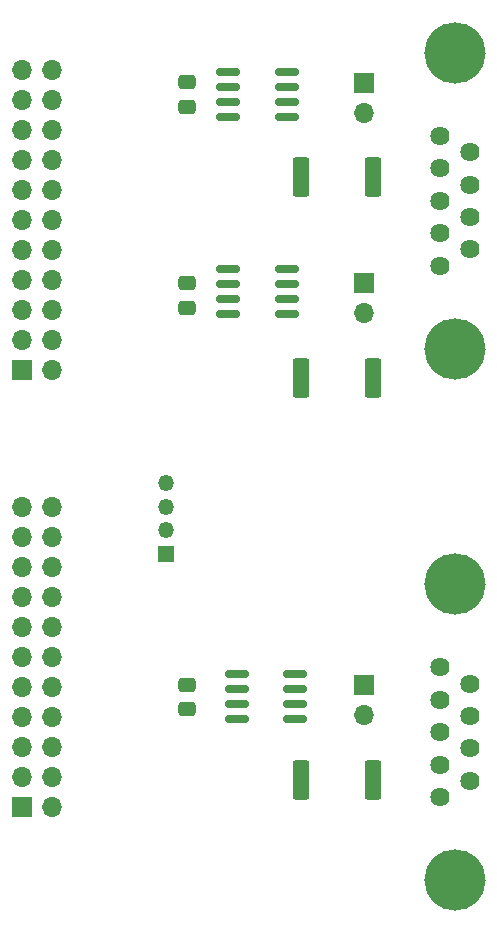
<source format=gts>
G04 #@! TF.GenerationSoftware,KiCad,Pcbnew,8.0.6*
G04 #@! TF.CreationDate,2024-12-29T09:41:19-05:00*
G04 #@! TF.ProjectId,Beagley-ai-3CAN,42656167-6c65-4792-9d61-692d3343414e,rev?*
G04 #@! TF.SameCoordinates,Original*
G04 #@! TF.FileFunction,Soldermask,Top*
G04 #@! TF.FilePolarity,Negative*
%FSLAX46Y46*%
G04 Gerber Fmt 4.6, Leading zero omitted, Abs format (unit mm)*
G04 Created by KiCad (PCBNEW 8.0.6) date 2024-12-29 09:41:19*
%MOMM*%
%LPD*%
G01*
G04 APERTURE LIST*
G04 Aperture macros list*
%AMRoundRect*
0 Rectangle with rounded corners*
0 $1 Rounding radius*
0 $2 $3 $4 $5 $6 $7 $8 $9 X,Y pos of 4 corners*
0 Add a 4 corners polygon primitive as box body*
4,1,4,$2,$3,$4,$5,$6,$7,$8,$9,$2,$3,0*
0 Add four circle primitives for the rounded corners*
1,1,$1+$1,$2,$3*
1,1,$1+$1,$4,$5*
1,1,$1+$1,$6,$7*
1,1,$1+$1,$8,$9*
0 Add four rect primitives between the rounded corners*
20,1,$1+$1,$2,$3,$4,$5,0*
20,1,$1+$1,$4,$5,$6,$7,0*
20,1,$1+$1,$6,$7,$8,$9,0*
20,1,$1+$1,$8,$9,$2,$3,0*%
G04 Aperture macros list end*
%ADD10RoundRect,0.250000X0.475000X-0.337500X0.475000X0.337500X-0.475000X0.337500X-0.475000X-0.337500X0*%
%ADD11RoundRect,0.249999X0.450001X1.425001X-0.450001X1.425001X-0.450001X-1.425001X0.450001X-1.425001X0*%
%ADD12R,1.700000X1.700000*%
%ADD13O,1.700000X1.700000*%
%ADD14RoundRect,0.150000X-0.825000X-0.150000X0.825000X-0.150000X0.825000X0.150000X-0.825000X0.150000X0*%
%ADD15R,1.350000X1.350000*%
%ADD16O,1.350000X1.350000*%
%ADD17C,1.625600*%
%ADD18C,5.181600*%
G04 APERTURE END LIST*
D10*
X148000000Y-67037500D03*
X148000000Y-64962500D03*
D11*
X163800000Y-73000000D03*
X157700000Y-73000000D03*
D10*
X148000000Y-118037500D03*
X148000000Y-115962500D03*
D12*
X134040000Y-89320000D03*
D13*
X136580000Y-89320000D03*
X134040000Y-86780000D03*
X136580000Y-86780000D03*
X134040000Y-84240000D03*
X136580000Y-84240000D03*
X134040000Y-81700000D03*
X136580000Y-81700000D03*
X134040000Y-79160000D03*
X136580000Y-79160000D03*
X134040000Y-76620000D03*
X136580000Y-76620000D03*
X134040000Y-74080000D03*
X136580000Y-74080000D03*
X134040000Y-71540000D03*
X136580000Y-71540000D03*
X134040000Y-69000000D03*
X136580000Y-69000000D03*
X134040000Y-66460000D03*
X136580000Y-66460000D03*
X134040000Y-63920000D03*
X136580000Y-63920000D03*
D12*
X134040000Y-126320000D03*
D13*
X136580000Y-126320000D03*
X134040000Y-123780000D03*
X136580000Y-123780000D03*
X134040000Y-121240000D03*
X136580000Y-121240000D03*
X134040000Y-118700000D03*
X136580000Y-118700000D03*
X134040000Y-116160000D03*
X136580000Y-116160000D03*
X134040000Y-113620000D03*
X136580000Y-113620000D03*
X134040000Y-111080000D03*
X136580000Y-111080000D03*
X134040000Y-108540000D03*
X136580000Y-108540000D03*
X134040000Y-106000000D03*
X136580000Y-106000000D03*
X134040000Y-103460000D03*
X136580000Y-103460000D03*
X134040000Y-100920000D03*
X136580000Y-100920000D03*
D14*
X151525000Y-80745000D03*
X151525000Y-82015000D03*
X151525000Y-83285000D03*
X151525000Y-84555000D03*
X156475000Y-84555000D03*
X156475000Y-83285000D03*
X156475000Y-82015000D03*
X156475000Y-80745000D03*
X152225000Y-115095000D03*
X152225000Y-116365000D03*
X152225000Y-117635000D03*
X152225000Y-118905000D03*
X157175000Y-118905000D03*
X157175000Y-117635000D03*
X157175000Y-116365000D03*
X157175000Y-115095000D03*
D12*
X163000000Y-82000000D03*
D13*
X163000000Y-84540000D03*
D11*
X163800000Y-124000000D03*
X157700000Y-124000000D03*
X163800000Y-90000000D03*
X157700000Y-90000000D03*
D15*
X146200000Y-104900000D03*
D16*
X146200000Y-102900000D03*
X146200000Y-100900000D03*
X146200000Y-98900000D03*
D17*
X169430000Y-69513600D03*
X169430000Y-72256800D03*
X169430000Y-75000000D03*
X169430000Y-77743200D03*
X169430000Y-80486400D03*
X171970000Y-70885200D03*
X171970000Y-73628400D03*
X171970000Y-76371600D03*
X171970000Y-79114800D03*
D18*
X170700000Y-62477800D03*
X170700000Y-87522200D03*
D14*
X151525000Y-64095000D03*
X151525000Y-65365000D03*
X151525000Y-66635000D03*
X151525000Y-67905000D03*
X156475000Y-67905000D03*
X156475000Y-66635000D03*
X156475000Y-65365000D03*
X156475000Y-64095000D03*
D17*
X169430000Y-114513600D03*
X169430000Y-117256800D03*
X169430000Y-120000000D03*
X169430000Y-122743200D03*
X169430000Y-125486400D03*
X171970000Y-115885200D03*
X171970000Y-118628400D03*
X171970000Y-121371600D03*
X171970000Y-124114800D03*
D18*
X170700000Y-107477800D03*
X170700000Y-132522200D03*
D12*
X163000000Y-116000000D03*
D13*
X163000000Y-118540000D03*
D12*
X163000000Y-65000000D03*
D13*
X163000000Y-67540000D03*
D10*
X148000000Y-84037500D03*
X148000000Y-81962500D03*
M02*

</source>
